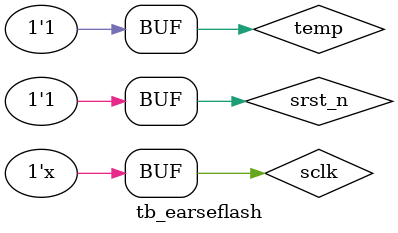
<source format=v>

`timescale 10ns / 10ns
module tb_earseflash ();
/////////////////////////////////////////////
// parameter and signals
/////////////////////////////////////////////
// parameter

// regs or wires
reg sclk = 0;
reg srst_n = 0;
/////////////////////////////////////////////
// main code
/////////////////////////////////////////////
// System clock
always #10 sclk = ~sclk;

//inital
initial begin
    #0
     srst_n = 1;
    #30
     srst_n = 0;
    #5
     srst_n = 1;
end
reg temp = 1;

wire spi_clk,spi_do,spi_cs;
// models
earseflash ef_inst(
               . button(srst_n),
               . sclk(sclk),

               . spi_clk(spi_clk),
               . spi_do(spi_do),
               . spi_di(temp),
               . spi_cs(spi_cs)
           );

/////////////////////////////////////////////
// code end
/////////////////////////////////////////////
endmodule

</source>
